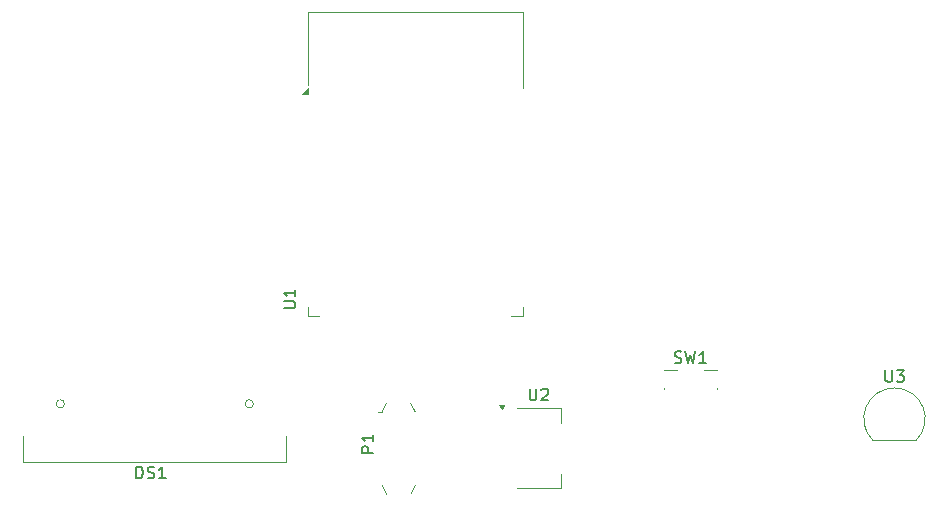
<source format=gbr>
%TF.GenerationSoftware,KiCad,Pcbnew,9.0.0*%
%TF.CreationDate,2025-04-07T09:31:54+05:30*%
%TF.ProjectId,PCB for IoT-based Smart Street Signage,50434220-666f-4722-9049-6f542d626173,rev?*%
%TF.SameCoordinates,Original*%
%TF.FileFunction,Legend,Top*%
%TF.FilePolarity,Positive*%
%FSLAX46Y46*%
G04 Gerber Fmt 4.6, Leading zero omitted, Abs format (unit mm)*
G04 Created by KiCad (PCBNEW 9.0.0) date 2025-04-07 09:31:54*
%MOMM*%
%LPD*%
G01*
G04 APERTURE LIST*
%ADD10C,0.150000*%
%ADD11C,0.120000*%
%ADD12C,0.100000*%
G04 APERTURE END LIST*
D10*
X148616667Y-104007200D02*
X148759524Y-104054819D01*
X148759524Y-104054819D02*
X148997619Y-104054819D01*
X148997619Y-104054819D02*
X149092857Y-104007200D01*
X149092857Y-104007200D02*
X149140476Y-103959580D01*
X149140476Y-103959580D02*
X149188095Y-103864342D01*
X149188095Y-103864342D02*
X149188095Y-103769104D01*
X149188095Y-103769104D02*
X149140476Y-103673866D01*
X149140476Y-103673866D02*
X149092857Y-103626247D01*
X149092857Y-103626247D02*
X148997619Y-103578628D01*
X148997619Y-103578628D02*
X148807143Y-103531009D01*
X148807143Y-103531009D02*
X148711905Y-103483390D01*
X148711905Y-103483390D02*
X148664286Y-103435771D01*
X148664286Y-103435771D02*
X148616667Y-103340533D01*
X148616667Y-103340533D02*
X148616667Y-103245295D01*
X148616667Y-103245295D02*
X148664286Y-103150057D01*
X148664286Y-103150057D02*
X148711905Y-103102438D01*
X148711905Y-103102438D02*
X148807143Y-103054819D01*
X148807143Y-103054819D02*
X149045238Y-103054819D01*
X149045238Y-103054819D02*
X149188095Y-103102438D01*
X149521429Y-103054819D02*
X149759524Y-104054819D01*
X149759524Y-104054819D02*
X149950000Y-103340533D01*
X149950000Y-103340533D02*
X150140476Y-104054819D01*
X150140476Y-104054819D02*
X150378572Y-103054819D01*
X151283333Y-104054819D02*
X150711905Y-104054819D01*
X150997619Y-104054819D02*
X150997619Y-103054819D01*
X150997619Y-103054819D02*
X150902381Y-103197676D01*
X150902381Y-103197676D02*
X150807143Y-103292914D01*
X150807143Y-103292914D02*
X150711905Y-103340533D01*
X166468095Y-104644819D02*
X166468095Y-105454342D01*
X166468095Y-105454342D02*
X166515714Y-105549580D01*
X166515714Y-105549580D02*
X166563333Y-105597200D01*
X166563333Y-105597200D02*
X166658571Y-105644819D01*
X166658571Y-105644819D02*
X166849047Y-105644819D01*
X166849047Y-105644819D02*
X166944285Y-105597200D01*
X166944285Y-105597200D02*
X166991904Y-105549580D01*
X166991904Y-105549580D02*
X167039523Y-105454342D01*
X167039523Y-105454342D02*
X167039523Y-104644819D01*
X167420476Y-104644819D02*
X168039523Y-104644819D01*
X168039523Y-104644819D02*
X167706190Y-105025771D01*
X167706190Y-105025771D02*
X167849047Y-105025771D01*
X167849047Y-105025771D02*
X167944285Y-105073390D01*
X167944285Y-105073390D02*
X167991904Y-105121009D01*
X167991904Y-105121009D02*
X168039523Y-105216247D01*
X168039523Y-105216247D02*
X168039523Y-105454342D01*
X168039523Y-105454342D02*
X167991904Y-105549580D01*
X167991904Y-105549580D02*
X167944285Y-105597200D01*
X167944285Y-105597200D02*
X167849047Y-105644819D01*
X167849047Y-105644819D02*
X167563333Y-105644819D01*
X167563333Y-105644819D02*
X167468095Y-105597200D01*
X167468095Y-105597200D02*
X167420476Y-105549580D01*
X103035714Y-113804819D02*
X103035714Y-112804819D01*
X103035714Y-112804819D02*
X103273809Y-112804819D01*
X103273809Y-112804819D02*
X103416666Y-112852438D01*
X103416666Y-112852438D02*
X103511904Y-112947676D01*
X103511904Y-112947676D02*
X103559523Y-113042914D01*
X103559523Y-113042914D02*
X103607142Y-113233390D01*
X103607142Y-113233390D02*
X103607142Y-113376247D01*
X103607142Y-113376247D02*
X103559523Y-113566723D01*
X103559523Y-113566723D02*
X103511904Y-113661961D01*
X103511904Y-113661961D02*
X103416666Y-113757200D01*
X103416666Y-113757200D02*
X103273809Y-113804819D01*
X103273809Y-113804819D02*
X103035714Y-113804819D01*
X103988095Y-113757200D02*
X104130952Y-113804819D01*
X104130952Y-113804819D02*
X104369047Y-113804819D01*
X104369047Y-113804819D02*
X104464285Y-113757200D01*
X104464285Y-113757200D02*
X104511904Y-113709580D01*
X104511904Y-113709580D02*
X104559523Y-113614342D01*
X104559523Y-113614342D02*
X104559523Y-113519104D01*
X104559523Y-113519104D02*
X104511904Y-113423866D01*
X104511904Y-113423866D02*
X104464285Y-113376247D01*
X104464285Y-113376247D02*
X104369047Y-113328628D01*
X104369047Y-113328628D02*
X104178571Y-113281009D01*
X104178571Y-113281009D02*
X104083333Y-113233390D01*
X104083333Y-113233390D02*
X104035714Y-113185771D01*
X104035714Y-113185771D02*
X103988095Y-113090533D01*
X103988095Y-113090533D02*
X103988095Y-112995295D01*
X103988095Y-112995295D02*
X104035714Y-112900057D01*
X104035714Y-112900057D02*
X104083333Y-112852438D01*
X104083333Y-112852438D02*
X104178571Y-112804819D01*
X104178571Y-112804819D02*
X104416666Y-112804819D01*
X104416666Y-112804819D02*
X104559523Y-112852438D01*
X105511904Y-113804819D02*
X104940476Y-113804819D01*
X105226190Y-113804819D02*
X105226190Y-112804819D01*
X105226190Y-112804819D02*
X105130952Y-112947676D01*
X105130952Y-112947676D02*
X105035714Y-113042914D01*
X105035714Y-113042914D02*
X104940476Y-113090533D01*
X123104819Y-111638094D02*
X122104819Y-111638094D01*
X122104819Y-111638094D02*
X122104819Y-111257142D01*
X122104819Y-111257142D02*
X122152438Y-111161904D01*
X122152438Y-111161904D02*
X122200057Y-111114285D01*
X122200057Y-111114285D02*
X122295295Y-111066666D01*
X122295295Y-111066666D02*
X122438152Y-111066666D01*
X122438152Y-111066666D02*
X122533390Y-111114285D01*
X122533390Y-111114285D02*
X122581009Y-111161904D01*
X122581009Y-111161904D02*
X122628628Y-111257142D01*
X122628628Y-111257142D02*
X122628628Y-111638094D01*
X123104819Y-110114285D02*
X123104819Y-110685713D01*
X123104819Y-110399999D02*
X122104819Y-110399999D01*
X122104819Y-110399999D02*
X122247676Y-110495237D01*
X122247676Y-110495237D02*
X122342914Y-110590475D01*
X122342914Y-110590475D02*
X122390533Y-110685713D01*
X136338095Y-106204819D02*
X136338095Y-107014342D01*
X136338095Y-107014342D02*
X136385714Y-107109580D01*
X136385714Y-107109580D02*
X136433333Y-107157200D01*
X136433333Y-107157200D02*
X136528571Y-107204819D01*
X136528571Y-107204819D02*
X136719047Y-107204819D01*
X136719047Y-107204819D02*
X136814285Y-107157200D01*
X136814285Y-107157200D02*
X136861904Y-107109580D01*
X136861904Y-107109580D02*
X136909523Y-107014342D01*
X136909523Y-107014342D02*
X136909523Y-106204819D01*
X137338095Y-106300057D02*
X137385714Y-106252438D01*
X137385714Y-106252438D02*
X137480952Y-106204819D01*
X137480952Y-106204819D02*
X137719047Y-106204819D01*
X137719047Y-106204819D02*
X137814285Y-106252438D01*
X137814285Y-106252438D02*
X137861904Y-106300057D01*
X137861904Y-106300057D02*
X137909523Y-106395295D01*
X137909523Y-106395295D02*
X137909523Y-106490533D01*
X137909523Y-106490533D02*
X137861904Y-106633390D01*
X137861904Y-106633390D02*
X137290476Y-107204819D01*
X137290476Y-107204819D02*
X137909523Y-107204819D01*
X115504819Y-99401904D02*
X116314342Y-99401904D01*
X116314342Y-99401904D02*
X116409580Y-99354285D01*
X116409580Y-99354285D02*
X116457200Y-99306666D01*
X116457200Y-99306666D02*
X116504819Y-99211428D01*
X116504819Y-99211428D02*
X116504819Y-99020952D01*
X116504819Y-99020952D02*
X116457200Y-98925714D01*
X116457200Y-98925714D02*
X116409580Y-98878095D01*
X116409580Y-98878095D02*
X116314342Y-98830476D01*
X116314342Y-98830476D02*
X115504819Y-98830476D01*
X116504819Y-97830476D02*
X116504819Y-98401904D01*
X116504819Y-98116190D02*
X115504819Y-98116190D01*
X115504819Y-98116190D02*
X115647676Y-98211428D01*
X115647676Y-98211428D02*
X115742914Y-98306666D01*
X115742914Y-98306666D02*
X115790533Y-98401904D01*
D11*
%TO.C,SW1*%
X147740000Y-104640000D02*
X148840000Y-104640000D01*
X147740000Y-106160000D02*
X147740000Y-106240000D01*
X151060000Y-104640000D02*
X152160000Y-104640000D01*
X152160000Y-106160000D02*
X152160000Y-106240000D01*
%TO.C,U3*%
X165430000Y-110600000D02*
X169030000Y-110600000D01*
X165391522Y-110588478D02*
G75*
G02*
X167230000Y-106149999I1838478J1838478D01*
G01*
X167230000Y-106150000D02*
G75*
G02*
X169068478Y-110588478I0J-2600000D01*
G01*
%TO.C,DS1*%
X93450000Y-110250000D02*
X93450000Y-112400000D01*
X93450000Y-112400000D02*
X115750000Y-112400000D01*
X115750000Y-112400000D02*
X115750000Y-110250000D01*
D12*
X96950000Y-107500000D02*
G75*
G02*
X96250000Y-107500000I-350000J0D01*
G01*
X96250000Y-107500000D02*
G75*
G02*
X96950000Y-107500000I350000J0D01*
G01*
X112950000Y-107500000D02*
G75*
G02*
X112250000Y-107500000I-350000J0D01*
G01*
X112250000Y-107500000D02*
G75*
G02*
X112950000Y-107500000I350000J0D01*
G01*
D11*
%TO.C,P1*%
X123510000Y-108175000D02*
X123850000Y-108175000D01*
X123850000Y-108175000D02*
G75*
G02*
X124206955Y-107458275I1399998J-249999D01*
G01*
X124225000Y-115150000D02*
G75*
G02*
X123860121Y-114438598I1024991J974993D01*
G01*
X126275000Y-107450000D02*
G75*
G02*
X126639880Y-108161402I-1025000J-975000D01*
G01*
X126650000Y-114425000D02*
G75*
G02*
X126293045Y-115141725I-1400000J250000D01*
G01*
%TO.C,U2*%
X135250000Y-107840000D02*
X139010000Y-107840000D01*
X135250000Y-114660000D02*
X139010000Y-114660000D01*
X139010000Y-107840000D02*
X139010000Y-109100000D01*
X139010000Y-114660000D02*
X139010000Y-113400000D01*
X133970000Y-107940000D02*
X133730000Y-107610000D01*
X134210000Y-107610000D01*
X133970000Y-107940000D01*
G36*
X133970000Y-107940000D02*
G01*
X133730000Y-107610000D01*
X134210000Y-107610000D01*
X133970000Y-107940000D01*
G37*
%TO.C,U1*%
X117540000Y-74350000D02*
X117540000Y-80510000D01*
X117540000Y-74350000D02*
X135780000Y-74350000D01*
X117540000Y-99310000D02*
X117540000Y-100090000D01*
X117540000Y-100090000D02*
X118540000Y-100090000D01*
X135780000Y-74350000D02*
X135780000Y-80765000D01*
X135780000Y-99310000D02*
X135780000Y-100090000D01*
X135780000Y-100090000D02*
X134780000Y-100090000D01*
X117535000Y-81235000D02*
X117035000Y-81235000D01*
X117535000Y-80735000D01*
X117535000Y-81235000D01*
G36*
X117535000Y-81235000D02*
G01*
X117035000Y-81235000D01*
X117535000Y-80735000D01*
X117535000Y-81235000D01*
G37*
%TD*%
M02*

</source>
